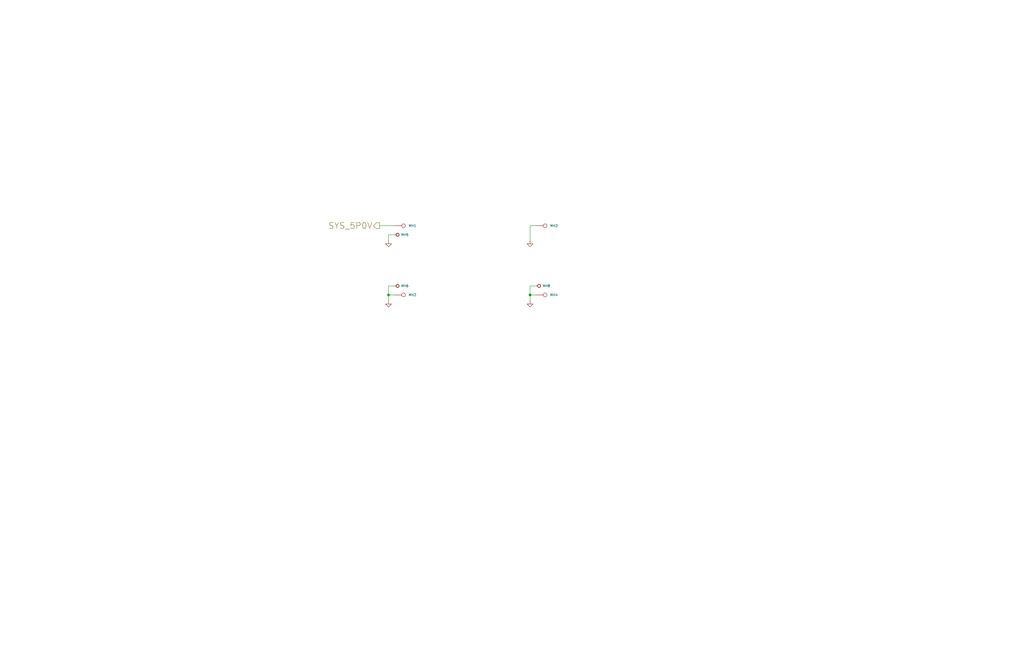
<source format=kicad_sch>
(kicad_sch (version 20211123) (generator eeschema)
  (paper "B")
  (title_block (title "MPPB01B") (date "2022-03-24") (company "MLAB.cz") (comment 1 "VERSION 1") (comment 2 "Paralella reduction board") (comment 3 "Maksim Rezenov, Jakub Kakona"))
  (lib_symbols
    (symbol "MLAB_MECHANICAL:HOLE" (pin_numbers hide) (pin_names (offset 1.016) hide)
      (property "Reference" "M" (at 0 2.54 0))
      (property "Value" "MLAB_MECHANICAL_HOLE" (at 0 -2.54 0))
      (symbol "HOLE_0_1"
        (circle (center 0 0) (radius 0.635) (stroke (width 0.254)))
      )
      (symbol "HOLE_1_1"
        (pin input line (at 1.27 0 180) (length 0.635) (name "~") (number "1"))
      )
    )
    (symbol "adapteva_kicad:MTG_PTH_125_SQ" (pin_numbers hide) (pin_names (offset 0.762) hide)
      (property "Reference" "MH" (at 2.032 0 0))
      (symbol "MTG_PTH_125_SQ_0_1"
        (polyline (pts (xy -0.762 0) (xy -1.27 0)))
        (circle (center 0 0) (radius 0.7874))
      )
      (symbol "MTG_PTH_125_SQ_1_1"
        (pin passive line (at -3.81 0 0) (length 2.54) (name "1") (number "1"))
      )
    )
    (symbol "paracard-template-rescue:GND-power" (power) (pin_names (offset 0))
      (property "Value" "GND-power" (at 0 -3.81 0))
      (symbol "GND-power_0_1"
        (polyline (pts (xy 0 0) (xy 0 -1.27) (xy 1.27 -1.27) (xy 0 -2.54) (xy -1.27 -1.27) (xy 0 -1.27)))
      )
      (symbol "GND-power_1_1"
        (pin power_in line (at 0 0 270) (length 0) hide (name "GND") (number "1"))
      )
    )
  )
  (junction (at 223.52 124.46))
  (junction (at 163.83 124.46))
  (wire (pts (xy 226.06 120.65) (xy 223.52 120.65)))
  (wire (pts (xy 163.83 124.46) (xy 163.83 127)))
  (wire (pts (xy 226.06 95.25) (xy 223.52 95.25)))
  (wire (pts (xy 226.06 124.46) (xy 223.52 124.46)))
  (wire (pts (xy 163.83 120.65) (xy 163.83 124.46)))
  (wire (pts (xy 160.02 95.25) (xy 166.37 95.25)))
  (wire (pts (xy 223.52 95.25) (xy 223.52 101.6)))
  (wire (pts (xy 166.37 120.65) (xy 163.83 120.65)))
  (wire (pts (xy 223.52 124.46) (xy 223.52 127)))
  (wire (pts (xy 166.37 124.46) (xy 163.83 124.46)))
  (wire (pts (xy 163.83 99.06) (xy 163.83 101.6)))
  (wire (pts (xy 166.37 99.06) (xy 163.83 99.06)))
  (wire (pts (xy 223.52 120.65) (xy 223.52 124.46)))
  (hierarchical_label "SYS_5P0V" (shape output) (at 160.02 95.25 180) (effects (font (size 2.54 2.54))))
  (symbol (lib_id "paracard-template-rescue:GND-power") (at 163.83 127 0) (unit 1)
    (property "Reference" "#PWR036" (effects hide))
    (property "Value" "GND" (effects hide))
  )
  (symbol (lib_id "paracard-template-rescue:GND-power") (at 223.52 127 0) (unit 1)
    (property "Reference" "#PWR037" (effects hide))
    (property "Value" "GND" (effects hide))
  )
  (symbol (lib_id "paracard-template-rescue:GND-power") (at 223.52 101.6 0) (unit 1)
    (property "Reference" "#PWR038" (effects hide))
    (property "Value" "GND" (effects hide))
  )
  (symbol (lib_id "adapteva_kicad:MTG_PTH_125_SQ") (at 170.18 95.25 0) (unit 1)
    (property "Reference" "MH1" (at 172.212 95.25 0) (effects (font (size 1.016 1.016)) (justify left)))
    (property "Value" "MTG\\PTH\\125\\SQ" (effects hide))
    (property "Footprint" "MTG_PTH_125_SQ" (effects hide))
  )
  (symbol (lib_id "adapteva_kicad:MTG_PTH_125_SQ") (at 229.87 95.25 0) (unit 1)
    (property "Reference" "MH3" (at 231.902 95.25 0) (effects (font (size 1.016 1.016)) (justify left)))
    (property "Value" "MTG\\PTH\\125\\SQ" (effects hide))
    (property "Footprint" "MTG_PTH_125_SQ" (effects hide))
  )
  (symbol (lib_id "adapteva_kicad:MTG_PTH_125_SQ") (at 170.18 124.46 0) (unit 1)
    (property "Reference" "MH2" (at 172.212 124.46 0) (effects (font (size 1.016 1.016)) (justify left)))
    (property "Value" "MTG\\PTH\\125\\SQ" (effects hide))
    (property "Footprint" "MTG_PTH_125_SQ" (effects hide))
  )
  (symbol (lib_id "adapteva_kicad:MTG_PTH_125_SQ") (at 229.87 124.46 0) (unit 1)
    (property "Reference" "MH4" (at 231.902 124.46 0) (effects (font (size 1.016 1.016)) (justify left)))
    (property "Value" "MTG\\PTH\\125\\SQ" (effects hide))
    (property "Footprint" "MTG_PTH_125_SQ" (effects hide))
  )
  (symbol (lib_id "paracard-template-rescue:GND-power") (at 163.83 101.6 0) (unit 1)
    (property "Reference" "#PWR039" (effects hide))
    (property "Value" "GND" (effects hide))
  )
  (symbol (lib_id "MLAB_MECHANICAL:HOLE") (at 167.64 99.06 180) (unit 1)
    (property "Reference" "MH5" (at 169.037 99.06 0) (effects (font (size 0.9906 0.9906)) (justify right)))
    (property "Value" "HOLE" (effects hide))
    (property "Footprint" "Mlab_Mechanical:MountingHole_3mm" (effects hide))
  )
  (symbol (lib_id "MLAB_MECHANICAL:HOLE") (at 227.33 120.65 180) (unit 1)
    (property "Reference" "MH8" (at 228.727 120.65 0) (effects (font (size 0.9906 0.9906)) (justify right)))
    (property "Value" "HOLE" (effects hide))
    (property "Footprint" "Mlab_Mechanical:MountingHole_3mm" (effects hide))
  )
  (symbol (lib_id "MLAB_MECHANICAL:HOLE") (at 167.64 120.65 180) (unit 1)
    (property "Reference" "MH6" (at 169.037 120.65 0) (effects (font (size 0.9906 0.9906)) (justify right)))
    (property "Value" "HOLE" (effects hide))
    (property "Footprint" "Mlab_Mechanical:MountingHole_3mm" (effects hide))
  )
)
</source>
